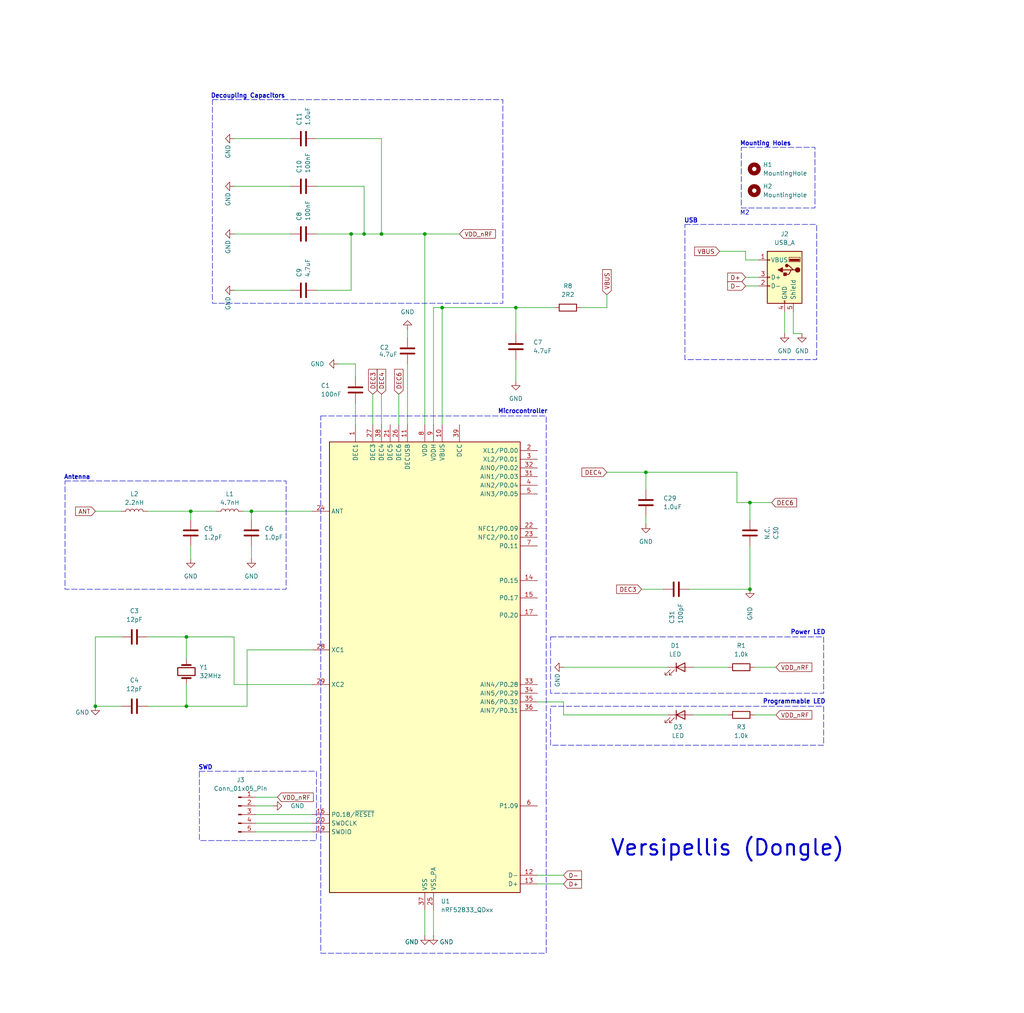
<source format=kicad_sch>
(kicad_sch (version 20250114) (generator "eeschema") (generator_version "9.0")
  (paper "User" 300 297)
  (title_block (title "Versipellis") (date "2025-12-02") (rev "0.1") (company "Primis"))
  (lib_symbols
    (symbol "Connector:Conn_01x05_Pin" (pin_names (offset 1.016) (hide yes))
      (property "Reference" "J" (at 0 7.62 0))
      (property "Value" "Conn_01x05_Pin" (at 0 -7.62 0))
      (symbol "Conn_01x05_Pin_1_1"
        (rectangle (start 0.8636 5.207) (end 0 4.953) (stroke (width 0.1524)) (fill (type outline)))
        (rectangle (start 0.8636 2.667) (end 0 2.413) (stroke (width 0.1524)) (fill (type outline)))
        (rectangle (start 0.8636 0.127) (end 0 -0.127) (stroke (width 0.1524)) (fill (type outline)))
        (rectangle (start 0.8636 -2.413) (end 0 -2.667) (stroke (width 0.1524)) (fill (type outline)))
        (rectangle (start 0.8636 -4.953) (end 0 -5.207) (stroke (width 0.1524)) (fill (type outline)))
        (polyline (pts (xy 1.27 5.08) (xy 0.8636 5.08)) (stroke (width 0.1524)))
        (polyline (pts (xy 1.27 2.54) (xy 0.8636 2.54)) (stroke (width 0.1524)))
        (polyline (pts (xy 1.27 0) (xy 0.8636 0)) (stroke (width 0.1524)))
        (polyline (pts (xy 1.27 -2.54) (xy 0.8636 -2.54)) (stroke (width 0.1524)))
        (polyline (pts (xy 1.27 -5.08) (xy 0.8636 -5.08)) (stroke (width 0.1524)))
        (pin passive line (at 5.08 5.08 180) (length 3.81) (name "Pin_1") (number "1"))
        (pin passive line (at 5.08 2.54 180) (length 3.81) (name "Pin_2") (number "2"))
        (pin passive line (at 5.08 0 180) (length 3.81) (name "Pin_3") (number "3"))
        (pin passive line (at 5.08 -2.54 180) (length 3.81) (name "Pin_4") (number "4"))
        (pin passive line (at 5.08 -5.08 180) (length 3.81) (name "Pin_5") (number "5"))
      )
    )
    (symbol "Connector:USB_A" (pin_names (offset 1.016))
      (property "Reference" "J" (at -5.08 11.43 0))
      (property "Value" "USB_A" (at -5.08 8.89 0))
      (symbol "USB_A_0_1"
        (rectangle (start -5.08 -7.62) (end 5.08 7.62) (stroke (width 0.254)) (fill (type background)))
        (circle (center -3.81 2.159) (radius 0.635) (stroke (width 0.254)) (fill (type outline)))
        (polyline (pts (xy -3.175 2.159) (xy -2.54 2.159) (xy -1.27 3.429) (xy -0.635 3.429)) (stroke (width 0.254)))
        (polyline (pts (xy -2.54 2.159) (xy -1.905 2.159) (xy -1.27 0.889) (xy 0 0.889)) (stroke (width 0.254)))
        (rectangle (start -1.524 4.826) (end -4.318 5.334) (fill (type outline)))
        (rectangle (start -1.27 4.572) (end -4.572 5.842))
        (circle (center -0.635 3.429) (radius 0.381) (stroke (width 0.254)) (fill (type outline)))
        (rectangle (start -0.127 -7.62) (end 0.127 -6.858))
        (rectangle (start 0.254 1.27) (end -0.508 0.508) (stroke (width 0.254)) (fill (type outline)))
        (polyline (pts (xy 0.635 2.794) (xy 0.635 1.524) (xy 1.905 2.159) (xy 0.635 2.794)) (stroke (width 0.254)) (fill (type outline)))
        (rectangle (start 5.08 4.953) (end 4.318 5.207))
        (rectangle (start 5.08 -0.127) (end 4.318 0.127))
        (rectangle (start 5.08 -2.667) (end 4.318 -2.413))
      )
      (symbol "USB_A_1_1"
        (polyline (pts (xy -1.905 2.159) (xy 0.635 2.159)) (stroke (width 0.254)))
        (pin passive line (at -2.54 -10.16 90) (length 2.54) (name "Shield") (number "5"))
        (pin power_in line (at 0 -10.16 90) (length 2.54) (name "GND") (number "4"))
        (pin power_in line (at 7.62 5.08 180) (length 2.54) (name "VBUS") (number "1"))
        (pin bidirectional line (at 7.62 0 180) (length 2.54) (name "D+") (number "3"))
        (pin bidirectional line (at 7.62 -2.54 180) (length 2.54) (name "D-") (number "2"))
      )
    )
    (symbol "Device:C" (pin_numbers (hide yes)) (pin_names (offset 0.254))
      (property "Reference" "C" (at 0.635 2.54 0))
      (property "Value" "C" (at 0.635 -2.54 0))
      (symbol "C_0_1"
        (polyline (pts (xy -2.032 0.762) (xy 2.032 0.762)) (stroke (width 0.508)))
        (polyline (pts (xy -2.032 -0.762) (xy 2.032 -0.762)) (stroke (width 0.508)))
      )
      (symbol "C_1_1"
        (pin passive line (at 0 3.81 270) (length 2.794) (name "~") (number "1"))
        (pin passive line (at 0 -3.81 90) (length 2.794) (name "~") (number "2"))
      )
    )
    (symbol "Device:Crystal" (pin_numbers (hide yes)) (pin_names (offset 1.016) (hide yes))
      (property "Reference" "Y" (at 0 3.81 0))
      (property "Value" "Crystal" (at 0 -3.81 0))
      (symbol "Crystal_0_1"
        (polyline (pts (xy -2.54 0) (xy -1.905 0)))
        (polyline (pts (xy -1.905 -1.27) (xy -1.905 1.27)) (stroke (width 0.508)))
        (rectangle (start -1.143 2.54) (end 1.143 -2.54) (stroke (width 0.3048)))
        (polyline (pts (xy 1.905 -1.27) (xy 1.905 1.27)) (stroke (width 0.508)))
        (polyline (pts (xy 2.54 0) (xy 1.905 0)))
      )
      (symbol "Crystal_1_1"
        (pin passive line (at -3.81 0 0) (length 1.27) (name "1") (number "1"))
        (pin passive line (at 3.81 0 180) (length 1.27) (name "2") (number "2"))
      )
    )
    (symbol "Device:L" (pin_numbers (hide yes)) (pin_names (offset 1.016) (hide yes))
      (property "Reference" "L" (at -1.27 0 90))
      (property "Value" "L" (at 1.905 0 90))
      (symbol "L_0_1"
        (arc (start 0 2.54) (mid 0.6323 1.905) (end 0 1.27))
        (arc (start 0 1.27) (mid 0.6323 0.635) (end 0 0))
        (arc (start 0 0) (mid 0.6323 -0.635) (end 0 -1.27))
        (arc (start 0 -1.27) (mid 0.6323 -1.905) (end 0 -2.54))
      )
      (symbol "L_1_1"
        (pin passive line (at 0 3.81 270) (length 1.27) (name "1") (number "1"))
        (pin passive line (at 0 -3.81 90) (length 1.27) (name "2") (number "2"))
      )
    )
    (symbol "Device:LED" (pin_numbers (hide yes)) (pin_names (offset 1.016) (hide yes))
      (property "Reference" "D" (at 0 2.54 0))
      (property "Value" "LED" (at 0 -2.54 0))
      (symbol "LED_0_1"
        (polyline (pts (xy -3.048 -0.762) (xy -4.572 -2.286) (xy -3.81 -2.286) (xy -4.572 -2.286) (xy -4.572 -1.524)))
        (polyline (pts (xy -1.778 -0.762) (xy -3.302 -2.286) (xy -2.54 -2.286) (xy -3.302 -2.286) (xy -3.302 -1.524)))
        (polyline (pts (xy -1.27 0) (xy 1.27 0)))
        (polyline (pts (xy -1.27 -1.27) (xy -1.27 1.27)) (stroke (width 0.254)))
        (polyline (pts (xy 1.27 -1.27) (xy 1.27 1.27) (xy -1.27 0) (xy 1.27 -1.27)) (stroke (width 0.254)))
      )
      (symbol "LED_1_1"
        (pin passive line (at -3.81 0 0) (length 2.54) (name "K") (number "1"))
        (pin passive line (at 3.81 0 180) (length 2.54) (name "A") (number "2"))
      )
    )
    (symbol "Device:R" (pin_numbers (hide yes)) (pin_names (offset 0))
      (property "Reference" "R" (at 2.032 0 90))
      (property "Value" "R" (at 0 0 90))
      (symbol "R_0_1"
        (rectangle (start -1.016 -2.54) (end 1.016 2.54) (stroke (width 0.254)))
      )
      (symbol "R_1_1"
        (pin passive line (at 0 3.81 270) (length 1.27) (name "~") (number "1"))
        (pin passive line (at 0 -3.81 90) (length 1.27) (name "~") (number "2"))
      )
    )
    (symbol "MCU_Nordic:nRF52833_QDxx"
      (property "Reference" "U" (at 0 5.08 0))
      (property "Value" "nRF52833_QDxx" (at 0 2.54 0))
      (symbol "nRF52833_QDxx_0_1"
        (rectangle (start -27.94 66.04) (end 27.94 -66.04) (stroke (width 0.254)) (fill (type background)))
      )
      (symbol "nRF52833_QDxx_1_1"
        (pin passive line (at -33.02 45.72 0) (length 5.08) (name "ANT") (number "24"))
        (pin input line (at -33.02 5.08 0) (length 5.08) (name "XC1") (number "28"))
        (pin input line (at -33.02 -5.08 0) (length 5.08) (name "XC2") (number "29"))
        (pin bidirectional line (at -33.02 -43.18 0) (length 5.08) (name "P0.18/~{RESET}") (number "16"))
        (pin input line (at -33.02 -45.72 0) (length 5.08) (name "SWDCLK") (number "20"))
        (pin bidirectional line (at -33.02 -48.26 0) (length 5.08) (name "SWDIO") (number "19"))
        (pin passive line (at -20.32 71.12 270) (length 5.08) (name "DEC1") (number "1"))
        (pin passive line (at -15.24 71.12 270) (length 5.08) (name "DEC3") (number "27"))
        (pin passive line (at -12.7 71.12 270) (length 5.08) (name "DEC4") (number "38"))
        (pin passive line (at -10.16 71.12 270) (length 5.08) (name "DEC5") (number "21"))
        (pin passive line (at -7.62 71.12 270) (length 5.08) (name "DEC6") (number "26"))
        (pin passive line (at -5.08 71.12 270) (length 5.08) (name "DECUSB") (number "11"))
        (pin passive line (at 0 71.12 270) (length 5.08) (hide yes) (name "VDD") (number "18"))
        (pin passive line (at 0 71.12 270) (length 5.08) (hide yes) (name "VDD") (number "30"))
        (pin passive line (at 0 71.12 270) (length 5.08) (hide yes) (name "VDD") (number "40"))
        (pin power_in line (at 0 71.12 270) (length 5.08) (name "VDD") (number "8"))
        (pin power_in line (at 0 -71.12 90) (length 5.08) (name "VSS") (number "37"))
        (pin passive line (at 0 -71.12 90) (length 5.08) (hide yes) (name "VSS") (number "41"))
        (pin power_in line (at 2.54 71.12 270) (length 5.08) (name "VDDH") (number "9"))
        (pin power_in line (at 2.54 -71.12 90) (length 5.08) (name "VSS_PA") (number "25"))
        (pin power_in line (at 5.08 71.12 270) (length 5.08) (name "VBUS") (number "10"))
        (pin power_out line (at 10.16 71.12 270) (length 5.08) (name "DCC") (number "39"))
        (pin bidirectional line (at 33.02 63.5 180) (length 5.08) (name "XL1/P0.00") (number "2"))
        (pin bidirectional line (at 33.02 60.96 180) (length 5.08) (name "XL2/P0.01") (number "3"))
        (pin bidirectional line (at 33.02 58.42 180) (length 5.08) (name "AIN0/P0.02") (number "32"))
        (pin bidirectional line (at 33.02 55.88 180) (length 5.08) (name "AIN1/P0.03") (number "31"))
        (pin bidirectional line (at 33.02 53.34 180) (length 5.08) (name "AIN2/P0.04") (number "4"))
        (pin bidirectional line (at 33.02 50.8 180) (length 5.08) (name "AIN3/P0.05") (number "5"))
        (pin bidirectional line (at 33.02 40.64 180) (length 5.08) (name "NFC1/P0.09") (number "22"))
        (pin bidirectional line (at 33.02 38.1 180) (length 5.08) (name "NFC2/P0.10") (number "23"))
        (pin bidirectional line (at 33.02 35.56 180) (length 5.08) (name "P0.11") (number "7"))
        (pin bidirectional line (at 33.02 25.4 180) (length 5.08) (name "P0.15") (number "14"))
        (pin bidirectional line (at 33.02 20.32 180) (length 5.08) (name "P0.17") (number "15"))
        (pin bidirectional line (at 33.02 15.24 180) (length 5.08) (name "P0.20") (number "17"))
        (pin bidirectional line (at 33.02 -5.08 180) (length 5.08) (name "AIN4/P0.28") (number "33"))
        (pin bidirectional line (at 33.02 -7.62 180) (length 5.08) (name "AIN5/P0.29") (number "34"))
        (pin bidirectional line (at 33.02 -10.16 180) (length 5.08) (name "AIN6/P0.30") (number "35"))
        (pin bidirectional line (at 33.02 -12.7 180) (length 5.08) (name "AIN7/P0.31") (number "36"))
        (pin bidirectional line (at 33.02 -40.64 180) (length 5.08) (name "P1.09") (number "6"))
        (pin bidirectional line (at 33.02 -60.96 180) (length 5.08) (name "D-") (number "12"))
        (pin bidirectional line (at 33.02 -63.5 180) (length 5.08) (name "D+") (number "13"))
      )
    )
    (symbol "Mechanical:MountingHole" (pin_names (offset 1.016)) (in_bom no)
      (property "Reference" "H" (at 0 5.08 0))
      (property "Value" "MountingHole" (at 0 3.175 0))
      (symbol "MountingHole_0_1"
        (circle (center 0 0) (radius 1.27) (stroke (width 1.27)))
      )
    )
    (symbol "power:GND" (power) (pin_numbers (hide yes)) (pin_names (offset 0) (hide yes))
      (property "Value" "GND" (at 0 -3.81 0))
      (symbol "GND_0_1"
        (polyline (pts (xy 0 0) (xy 0 -1.27) (xy 1.27 -1.27) (xy 0 -2.54) (xy -1.27 -1.27) (xy 0 -1.27)))
      )
      (symbol "GND_1_1"
        (pin power_in line (at 0 0 270) (length 0) (name "~") (number "1"))
      )
    )
  )
  (rectangle (start 161.29 186.69) (end 241.3 203.2) (stroke (width 0) (type dash)))
  (rectangle (start 58.42 226.06) (end 92.71 246.38) (stroke (width 0) (type dash)))
  (rectangle (start 217.17 43.18) (end 238.76 60.96) (stroke (width 0) (type dash)))
  (rectangle (start 161.29 207.01) (end 241.3 218.44) (stroke (width 0) (type dash)))
  (rectangle (start 19.05 140.97) (end 83.82 172.72) (stroke (width 0) (type dash)))
  (rectangle (start 93.98 121.92) (end 160.02 279.4) (stroke (width 0) (type dash)))
  (rectangle (start 200.66 65.786) (end 239.268 105.41) (stroke (width 0) (type dash)))
  (rectangle (start 62.23 29.21) (end 147.32 88.9) (stroke (width 0) (type dash)))
  (text "Mounting Holes" (at 224.282 42.164 0) (effects (font (size 1.27 1.27) (thickness 0.254) (bold yes))))
  (text "Decoupling Capacitors" (at 72.644 28.194 0) (effects (font (size 1.27 1.27) (thickness 0.254) (bold yes))))
  (text "Programmable LED" (at 232.664 205.74 0) (effects (font (size 1.27 1.27) (thickness 0.254) (bold yes))))
  (text "Microcontroller" (at 153.162 120.65 0) (effects (font (size 1.27 1.27) (thickness 0.254) (bold yes))))
  (text "Versipellis (Dongle)" (at 213.106 248.666 0) (effects (font (size 4.572 4.572) (thickness 0.6045) (bold yes))))
  (text "SWD" (at 60.198 225.044 0) (effects (font (size 1.27 1.27) (thickness 0.254) (bold yes))))
  (text "Antenna" (at 22.606 139.954 0) (effects (font (size 1.27 1.27) (thickness 0.254) (bold yes))))
  (text "Power LED" (at 236.728 185.42 0) (effects (font (size 1.27 1.27) (thickness 0.254) (bold yes))))
  (text "USB" (at 202.438 64.77 0) (effects (font (size 1.27 1.27) (thickness 0.254) (bold yes))))
  (text "M2" (at 218.186 62.484 0) (effects (font (size 1.27 1.27) (thickness 0.1588))))
  (junction (at 73.66 149.86))
  (junction (at 111.76 68.58))
  (junction (at 129.54 90.17))
  (junction (at 55.88 149.86))
  (junction (at 27.94 207.01))
  (junction (at 106.68 68.58))
  (junction (at 54.61 207.01))
  (junction (at 219.71 172.72))
  (junction (at 189.23 138.43))
  (junction (at 151.13 90.17))
  (junction (at 54.61 186.69))
  (junction (at 102.87 68.58))
  (junction (at 219.71 147.32))
  (junction (at 124.46 68.58))
  (wire (pts (xy 55.88 149.86) (xy 63.5 149.86)))
  (wire (pts (xy 43.18 149.86) (xy 55.88 149.86)))
  (wire (pts (xy 119.38 96.52) (xy 119.38 99.06)))
  (wire (pts (xy 68.58 85.09) (xy 85.09 85.09)))
  (wire (pts (xy 68.58 68.58) (xy 85.09 68.58)))
  (wire (pts (xy 27.94 207.01) (xy 35.56 207.01)))
  (wire (pts (xy 127 124.46) (xy 127 90.17)))
  (wire (pts (xy 203.2 209.55) (xy 213.36 209.55)))
  (wire (pts (xy 54.61 200.66) (xy 54.61 207.01)))
  (wire (pts (xy 229.87 91.44) (xy 229.87 97.79)))
  (wire (pts (xy 74.93 243.84) (xy 91.44 243.84)))
  (wire (pts (xy 116.84 115.57) (xy 116.84 124.46)))
  (wire (pts (xy 129.54 90.17) (xy 151.13 90.17)))
  (wire (pts (xy 102.87 68.58) (xy 102.87 85.09)))
  (wire (pts (xy 68.58 54.61) (xy 85.09 54.61)))
  (wire (pts (xy 68.58 200.66) (xy 68.58 186.69)))
  (wire (pts (xy 127 90.17) (xy 129.54 90.17)))
  (wire (pts (xy 232.41 97.79) (xy 234.95 97.79)))
  (wire (pts (xy 73.66 149.86) (xy 91.44 149.86)))
  (wire (pts (xy 218.44 76.2) (xy 218.44 73.66)))
  (wire (pts (xy 55.88 160.02) (xy 55.88 163.83)))
  (wire (pts (xy 157.48 256.54) (xy 165.1 256.54)))
  (wire (pts (xy 127 266.7) (xy 127 274.32)))
  (wire (pts (xy 111.76 115.57) (xy 111.76 124.46)))
  (wire (pts (xy 124.46 266.7) (xy 124.46 274.32)))
  (wire (pts (xy 157.48 259.08) (xy 165.1 259.08)))
  (wire (pts (xy 68.58 40.64) (xy 85.09 40.64)))
  (wire (pts (xy 74.93 236.22) (xy 80.01 236.22)))
  (wire (pts (xy 124.46 68.58) (xy 134.62 68.58)))
  (wire (pts (xy 219.71 160.02) (xy 219.71 172.72)))
  (wire (pts (xy 129.54 90.17) (xy 129.54 124.46)))
  (wire (pts (xy 177.8 90.17) (xy 177.8 86.36)))
  (wire (pts (xy 151.13 90.17) (xy 151.13 97.79)))
  (wire (pts (xy 73.66 160.02) (xy 73.66 163.83)))
  (wire (pts (xy 27.94 149.86) (xy 35.56 149.86)))
  (wire (pts (xy 104.14 106.68) (xy 99.06 106.68)))
  (wire (pts (xy 218.44 73.66) (xy 210.82 73.66)))
  (wire (pts (xy 189.23 138.43) (xy 189.23 143.51)))
  (wire (pts (xy 195.58 195.58) (xy 165.1 195.58)))
  (wire (pts (xy 106.68 54.61) (xy 92.71 54.61)))
  (wire (pts (xy 111.76 68.58) (xy 111.76 40.64)))
  (wire (pts (xy 170.18 90.17) (xy 177.8 90.17)))
  (wire (pts (xy 74.93 241.3) (xy 91.44 241.3)))
  (wire (pts (xy 54.61 186.69) (xy 54.61 193.04)))
  (wire (pts (xy 220.98 209.55) (xy 227.33 209.55)))
  (wire (pts (xy 111.76 40.64) (xy 92.71 40.64)))
  (wire (pts (xy 27.94 186.69) (xy 27.94 207.01)))
  (wire (pts (xy 111.76 68.58) (xy 124.46 68.58)))
  (wire (pts (xy 187.96 172.72) (xy 194.31 172.72)))
  (wire (pts (xy 219.71 147.32) (xy 226.06 147.32)))
  (wire (pts (xy 55.88 149.86) (xy 55.88 152.4)))
  (wire (pts (xy 215.9 138.43) (xy 215.9 147.32)))
  (wire (pts (xy 106.68 68.58) (xy 111.76 68.58)))
  (wire (pts (xy 189.23 138.43) (xy 215.9 138.43)))
  (wire (pts (xy 189.23 151.13) (xy 189.23 153.67)))
  (wire (pts (xy 177.8 138.43) (xy 189.23 138.43)))
  (wire (pts (xy 73.66 149.86) (xy 73.66 152.4)))
  (wire (pts (xy 104.14 118.11) (xy 104.14 124.46)))
  (wire (pts (xy 92.71 68.58) (xy 102.87 68.58)))
  (wire (pts (xy 218.44 83.82) (xy 222.25 83.82)))
  (wire (pts (xy 74.93 233.68) (xy 81.28 233.68)))
  (wire (pts (xy 71.12 149.86) (xy 73.66 149.86)))
  (wire (pts (xy 109.22 115.57) (xy 109.22 124.46)))
  (wire (pts (xy 104.14 110.49) (xy 104.14 106.68)))
  (wire (pts (xy 232.41 91.44) (xy 232.41 97.79)))
  (wire (pts (xy 35.56 186.69) (xy 27.94 186.69)))
  (wire (pts (xy 72.39 190.5) (xy 72.39 207.01)))
  (wire (pts (xy 72.39 207.01) (xy 54.61 207.01)))
  (wire (pts (xy 102.87 85.09) (xy 92.71 85.09)))
  (wire (pts (xy 74.93 238.76) (xy 91.44 238.76)))
  (wire (pts (xy 220.98 195.58) (xy 227.33 195.58)))
  (wire (pts (xy 215.9 147.32) (xy 219.71 147.32)))
  (wire (pts (xy 195.58 209.55) (xy 165.1 209.55)))
  (wire (pts (xy 91.44 190.5) (xy 72.39 190.5)))
  (wire (pts (xy 203.2 195.58) (xy 213.36 195.58)))
  (wire (pts (xy 119.38 106.68) (xy 119.38 124.46)))
  (wire (pts (xy 124.46 124.46) (xy 124.46 68.58)))
  (wire (pts (xy 218.44 81.28) (xy 222.25 81.28)))
  (wire (pts (xy 54.61 186.69) (xy 43.18 186.69)))
  (wire (pts (xy 222.25 76.2) (xy 218.44 76.2)))
  (wire (pts (xy 151.13 105.41) (xy 151.13 111.76)))
  (wire (pts (xy 106.68 68.58) (xy 106.68 54.61)))
  (wire (pts (xy 201.93 172.72) (xy 219.71 172.72)))
  (wire (pts (xy 219.71 147.32) (xy 219.71 152.4)))
  (wire (pts (xy 91.44 200.66) (xy 68.58 200.66)))
  (wire (pts (xy 68.58 186.69) (xy 54.61 186.69)))
  (wire (pts (xy 54.61 207.01) (xy 43.18 207.01)))
  (wire (pts (xy 151.13 90.17) (xy 162.56 90.17)))
  (wire (pts (xy 102.87 68.58) (xy 106.68 68.58)))
  (wire (pts (xy 157.48 205.74) (xy 165.1 205.74)))
  (wire (pts (xy 165.1 209.55) (xy 165.1 205.74)))
  (global_label "VDD_nRF" (shape input) (at 81.28 233.68 0) (property "Intersheetrefs" "${INTERSHEET_REFS}" (effects (hide yes))))
  (global_label "D-" (shape input) (at 218.44 83.82 180) (property "Intersheetrefs" "${INTERSHEET_REFS}" (effects (hide yes))))
  (global_label "VDD_nRF" (shape input) (at 134.62 68.58 0) (property "Intersheetrefs" "${INTERSHEET_REFS}" (effects (hide yes))))
  (global_label "VBUS" (shape input) (at 177.8 86.36 90) (property "Intersheetrefs" "${INTERSHEET_REFS}" (effects (hide yes))))
  (global_label "DEC4" (shape input) (at 177.8 138.43 180) (property "Intersheetrefs" "${INTERSHEET_REFS}" (effects (hide yes))))
  (global_label "VDD_nRF" (shape input) (at 227.33 195.58 0) (property "Intersheetrefs" "${INTERSHEET_REFS}" (effects (hide yes))))
  (global_label "DEC6" (shape input) (at 226.06 147.32 0) (property "Intersheetrefs" "${INTERSHEET_REFS}" (effects (hide yes))))
  (global_label "VDD_nRF" (shape input) (at 227.33 209.55 0) (property "Intersheetrefs" "${INTERSHEET_REFS}" (effects (hide yes))))
  (global_label "DEC4" (shape input) (at 111.76 115.57 90) (property "Intersheetrefs" "${INTERSHEET_REFS}" (effects (hide yes))))
  (global_label "DEC3" (shape input) (at 109.22 115.57 90) (property "Intersheetrefs" "${INTERSHEET_REFS}" (effects (hide yes))))
  (global_label "DEC6" (shape input) (at 116.84 115.57 90) (property "Intersheetrefs" "${INTERSHEET_REFS}" (effects (hide yes))))
  (global_label "D+" (shape input) (at 218.44 81.28 180) (property "Intersheetrefs" "${INTERSHEET_REFS}" (effects (hide yes))))
  (global_label "D-" (shape input) (at 165.1 256.54 0) (property "Intersheetrefs" "${INTERSHEET_REFS}" (effects (hide yes))))
  (global_label "ANT" (shape input) (at 27.94 149.86 180) (property "Intersheetrefs" "${INTERSHEET_REFS}" (effects (hide yes))))
  (global_label "D+" (shape input) (at 165.1 259.08 0) (property "Intersheetrefs" "${INTERSHEET_REFS}" (effects (hide yes))))
  (global_label "DEC3" (shape input) (at 187.96 172.72 180) (property "Intersheetrefs" "${INTERSHEET_REFS}" (effects (hide yes))))
  (global_label "VBUS" (shape input) (at 210.82 73.66 180) (property "Intersheetrefs" "${INTERSHEET_REFS}" (effects (hide yes))))
  (symbol (lib_id "Device:C") (at 219.71 156.21 180) (unit 1)
    (property "Reference" "C30" (at 227.33 156.21 90))
    (property "Value" "N.C." (at 224.79 156.21 90))
    (property "Footprint" "Capacitor_SMD:C_0603_1608Metric" (effects (hide yes)))
    (property "Description" "Unpolarized capacitor" (effects (hide yes)))
  )
  (symbol (lib_id "Device:C") (at 88.9 85.09 270) (unit 1)
    (property "Reference" "C9" (at 87.6299 81.28 0) (effects (justify right)))
    (property "Value" "4.7uF" (at 90.1699 81.28 0) (effects (justify right)))
    (property "Footprint" "Capacitor_SMD:C_0603_1608Metric" (effects (hide yes)))
    (property "Description" "Unpolarized capacitor" (effects (hide yes)))
  )
  (symbol (lib_id "power:GND") (at 127 274.32 0) (unit 1)
    (property "Reference" "#PWR02" (effects (hide yes)))
    (property "Value" "GND" (at 130.81 276.098 0))
    (property "Description" "Power symbol creates a global label with name \"GND\" , ground" (effects (hide yes)))
  )
  (symbol (lib_id "Device:LED") (at 199.39 209.55 0) (unit 1)
    (property "Reference" "D3" (at 198.628 213.106 0))
    (property "Value" "LED" (at 198.628 215.646 0))
    (property "Footprint" "LED_SMD:LED_0603_1608Metric" (effects (hide yes)))
    (property "Description" "Light emitting diode" (effects (hide yes)))
    (property "Sim.Pins" "1=K 2=A" (effects (hide yes)))
  )
  (symbol (lib_id "power:GND") (at 229.87 97.79 0) (unit 1)
    (property "Reference" "#PWR024" (effects (hide yes)))
    (property "Value" "GND" (at 229.87 102.87 0))
    (property "Description" "Power symbol creates a global label with name \"GND\" , ground" (effects (hide yes)))
  )
  (symbol (lib_id "Device:C") (at 151.13 101.6 0) (unit 1)
    (property "Reference" "C7" (at 156.21 100.3299 0) (effects (justify left)))
    (property "Value" "4.7uF" (at 156.21 102.8699 0) (effects (justify left)))
    (property "Footprint" "Capacitor_SMD:C_0603_1608Metric" (effects (hide yes)))
    (property "Description" "Unpolarized capacitor" (effects (hide yes)))
  )
  (symbol (lib_id "power:GND") (at 189.23 153.67 0) (unit 1)
    (property "Reference" "#PWR034" (effects (hide yes)))
    (property "Value" "GND" (at 189.23 158.75 0))
    (property "Description" "Power symbol creates a global label with name \"GND\" , ground" (effects (hide yes)))
  )
  (symbol (lib_id "Device:C") (at 88.9 54.61 90) (unit 1)
    (property "Reference" "C10" (at 87.6299 50.8 0) (effects (justify left)))
    (property "Value" "100nF" (at 90.1699 50.8 0) (effects (justify left)))
    (property "Footprint" "Capacitor_SMD:C_0603_1608Metric" (effects (hide yes)))
    (property "Description" "Unpolarized capacitor" (effects (hide yes)))
  )
  (symbol (lib_id "Device:R") (at 217.17 195.58 90) (unit 1)
    (property "Reference" "R1" (at 217.17 189.23 90))
    (property "Value" "1.0k" (at 217.17 191.77 90))
    (property "Footprint" "Resistor_SMD:R_0603_1608Metric" (effects (hide yes)))
    (property "Description" "Resistor" (effects (hide yes)))
  )
  (symbol (lib_id "Device:C") (at 104.14 114.3 0) (unit 1)
    (property "Reference" "C1" (at 93.98 113.03 0) (effects (justify left)))
    (property "Value" "100nF" (at 93.98 115.57 0) (effects (justify left)))
    (property "Footprint" "Capacitor_SMD:C_0603_1608Metric" (effects (hide yes)))
    (property "Description" "Unpolarized capacitor" (effects (hide yes)))
  )
  (symbol (lib_id "power:GND") (at 219.71 172.72 0) (unit 1)
    (property "Reference" "#PWR035" (effects (hide yes)))
    (property "Value" "GND" (at 219.7101 177.8 90) (effects (justify right)))
    (property "Description" "Power symbol creates a global label with name \"GND\" , ground" (effects (hide yes)))
  )
  (symbol (lib_id "power:GND") (at 234.95 97.79 0) (unit 1)
    (property "Reference" "#PWR025" (effects (hide yes)))
    (property "Value" "GND" (at 234.95 102.87 0))
    (property "Description" "Power symbol creates a global label with name \"GND\" , ground" (effects (hide yes)))
  )
  (symbol (lib_id "Connector:USB_A") (at 229.87 81.28 0) (mirror y) (unit 1)
    (property "Reference" "J2" (at 229.87 68.58 0))
    (property "Value" "USB_A" (at 229.87 71.12 0))
    (property "Footprint" "Connector_USB:USB_A_CNCTech_1001-011-01101_Horizontal" (effects (hide yes)))
    (property "Description" "USB Type A connector" (effects (hide yes)))
  )
  (symbol (lib_id "Mechanical:MountingHole") (at 220.98 55.88 0) (unit 1) (in_bom no)
    (property "Reference" "H2" (at 223.52 54.6099 0) (effects (justify left)))
    (property "Value" "MountingHole" (at 223.52 57.1499 0) (effects (justify left)))
    (property "Footprint" "MountingHole:MountingHole_2.2mm_M2" (effects (hide yes)))
    (property "Description" "Mounting Hole without connection" (effects (hide yes)))
  )
  (symbol (lib_id "power:GND") (at 68.58 85.09 270) (unit 1)
    (property "Reference" "#PWR011" (effects (hide yes)))
    (property "Value" "GND" (at 66.802 88.9 0))
    (property "Description" "Power symbol creates a global label with name \"GND\" , ground" (effects (hide yes)))
  )
  (symbol (lib_id "Device:C") (at 189.23 147.32 0) (unit 1)
    (property "Reference" "C29" (at 194.31 146.0499 0) (effects (justify left)))
    (property "Value" "1.0uF" (at 194.31 148.5899 0) (effects (justify left)))
    (property "Footprint" "Capacitor_SMD:C_0603_1608Metric" (effects (hide yes)))
    (property "Description" "Unpolarized capacitor" (effects (hide yes)))
  )
  (symbol (lib_id "Device:C") (at 198.12 172.72 90) (unit 1)
    (property "Reference" "C31" (at 196.85 182.88 0) (effects (justify left)))
    (property "Value" "100pF" (at 199.39 182.88 0) (effects (justify left)))
    (property "Footprint" "Capacitor_SMD:C_0603_1608Metric" (effects (hide yes)))
    (property "Description" "Unpolarized capacitor" (effects (hide yes)))
  )
  (symbol (lib_id "Device:L") (at 39.37 149.86 90) (unit 1)
    (property "Reference" "L2" (at 39.37 144.78 90))
    (property "Value" "2.2nH" (at 39.37 147.32 90))
    (property "Footprint" "Inductor_SMD:L_0603_1608Metric" (effects (hide yes)))
    (property "Description" "Inductor" (effects (hide yes)))
  )
  (symbol (lib_id "power:GND") (at 68.58 68.58 270) (unit 1)
    (property "Reference" "#PWR010" (effects (hide yes)))
    (property "Value" "GND" (at 66.802 72.39 0))
    (property "Description" "Power symbol creates a global label with name \"GND\" , ground" (effects (hide yes)))
  )
  (symbol (lib_id "power:GND") (at 68.58 54.61 270) (unit 1)
    (property "Reference" "#PWR012" (effects (hide yes)))
    (property "Value" "GND" (at 66.802 58.42 0))
    (property "Description" "Power symbol creates a global label with name \"GND\" , ground" (effects (hide yes)))
  )
  (symbol (lib_id "Device:C") (at 119.38 102.87 180) (unit 1)
    (property "Reference" "C2" (at 111.252 101.854 0) (effects (justify right)))
    (property "Value" "4.7uF" (at 110.998 103.886 0) (effects (justify right)))
    (property "Footprint" "Capacitor_SMD:C_0603_1608Metric" (effects (hide yes)))
    (property "Description" "Unpolarized capacitor" (effects (hide yes)))
  )
  (symbol (lib_id "MCU_Nordic:nRF52833_QDxx") (at 124.46 195.58 0) (unit 1)
    (property "Reference" "U1" (at 129.1433 264.16 0) (effects (justify left)))
    (property "Value" "nRF52833_QDxx" (at 129.1433 266.7 0) (effects (justify left)))
    (property "Footprint" "Package_DFN_QFN:QFN-40-1EP_5x5mm_P0.4mm_EP3.6x3.6mm" (effects (hide yes)))
    (property "Datasheet" "https://infocenter.nordicsemi.com/pdf/nRF52833_PS_v1.5.pdf" (effects (hide yes)))
    (property "Description" "Multiprotocol BLE/ANT/2.4 GHz/802.15.4 Cortex-M4F SoC, QFN-40" (effects (hide yes)))
  )
  (symbol (lib_id "power:GND") (at 55.88 163.83 0) (unit 1)
    (property "Reference" "#PWR07" (effects (hide yes)))
    (property "Value" "GND" (at 55.88 168.91 0))
    (property "Description" "Power symbol creates a global label with name \"GND\" , ground" (effects (hide yes)))
  )
  (symbol (lib_id "Connector:Conn_01x05_Pin") (at 69.85 238.76 0) (unit 1)
    (property "Reference" "J3" (at 70.485 228.6 0))
    (property "Value" "Conn_01x05_Pin" (at 70.485 231.14 0))
    (property "Footprint" "Connector_PinHeader_1.00mm:PinHeader_1x05_P1.00mm_Vertical" (effects (hide yes)))
    (property "Description" "Generic connector, single row, 01x05, script generated" (effects (hide yes)))
  )
  (symbol (lib_id "Device:Crystal") (at 54.61 196.85 90) (unit 1)
    (property "Reference" "Y1" (at 58.42 195.5799 90) (effects (justify right)))
    (property "Value" "32MHz" (at 58.42 198.1199 90) (effects (justify right)))
    (property "Footprint" "Crystal:Crystal_SMD_5032-2Pin_5.0x3.2mm" (effects (hide yes)))
    (property "Description" "Two pin crystal" (effects (hide yes)))
  )
  (symbol (lib_id "power:GND") (at 73.66 163.83 0) (unit 1)
    (property "Reference" "#PWR08" (effects (hide yes)))
    (property "Value" "GND" (at 73.66 168.91 0))
    (property "Description" "Power symbol creates a global label with name \"GND\" , ground" (effects (hide yes)))
  )
  (symbol (lib_id "power:GND") (at 27.94 207.01 0) (mirror y) (unit 1)
    (property "Reference" "#PWR06" (effects (hide yes)))
    (property "Value" "GND" (at 24.13 208.788 0))
    (property "Description" "Power symbol creates a global label with name \"GND\" , ground" (effects (hide yes)))
  )
  (symbol (lib_id "Device:C") (at 55.88 156.21 180) (unit 1)
    (property "Reference" "C5" (at 59.69 154.9399 0) (effects (justify right)))
    (property "Value" "1.2pF" (at 59.69 157.4799 0) (effects (justify right)))
    (property "Footprint" "Capacitor_SMD:C_0603_1608Metric" (effects (hide yes)))
    (property "Description" "Unpolarized capacitor" (effects (hide yes)))
  )
  (symbol (lib_id "Device:C") (at 39.37 186.69 90) (mirror x) (unit 1)
    (property "Reference" "C3" (at 39.37 179.07 90))
    (property "Value" "12pF" (at 39.37 181.61 90))
    (property "Footprint" "Capacitor_SMD:C_0603_1608Metric" (effects (hide yes)))
    (property "Description" "Unpolarized capacitor" (effects (hide yes)))
  )
  (symbol (lib_id "power:GND") (at 124.46 274.32 0) (unit 1)
    (property "Reference" "#PWR01" (effects (hide yes)))
    (property "Value" "GND" (at 120.65 276.098 0))
    (property "Description" "Power symbol creates a global label with name \"GND\" , ground" (effects (hide yes)))
  )
  (symbol (lib_id "Device:LED") (at 199.39 195.58 0) (unit 1)
    (property "Reference" "D1" (at 197.8025 189.23 0))
    (property "Value" "LED" (at 197.8025 191.77 0))
    (property "Footprint" "LED_SMD:LED_0603_1608Metric" (effects (hide yes)))
    (property "Description" "Light emitting diode" (effects (hide yes)))
    (property "Sim.Pins" "1=K 2=A" (effects (hide yes)))
  )
  (symbol (lib_id "Device:C") (at 39.37 207.01 90) (mirror x) (unit 1)
    (property "Reference" "C4" (at 39.37 199.39 90))
    (property "Value" "12pF" (at 39.37 201.93 90))
    (property "Footprint" "Capacitor_SMD:C_0603_1608Metric" (effects (hide yes)))
    (property "Description" "Unpolarized capacitor" (effects (hide yes)))
  )
  (symbol (lib_id "power:GND") (at 151.13 111.76 0) (unit 1)
    (property "Reference" "#PWR09" (effects (hide yes)))
    (property "Value" "GND" (at 151.13 116.84 0))
    (property "Description" "Power symbol creates a global label with name \"GND\" , ground" (effects (hide yes)))
  )
  (symbol (lib_id "Mechanical:MountingHole") (at 220.98 49.53 0) (unit 1) (in_bom no)
    (property "Reference" "H1" (at 223.52 48.2599 0) (effects (justify left)))
    (property "Value" "MountingHole" (at 223.52 50.7999 0) (effects (justify left)))
    (property "Footprint" "MountingHole:MountingHole_2.2mm_M2" (effects (hide yes)))
    (property "Description" "Mounting Hole without connection" (effects (hide yes)))
  )
  (symbol (lib_id "power:GND") (at 68.58 40.64 270) (unit 1)
    (property "Reference" "#PWR013" (effects (hide yes)))
    (property "Value" "GND" (at 66.802 44.45 0))
    (property "Description" "Power symbol creates a global label with name \"GND\" , ground" (effects (hide yes)))
  )
  (symbol (lib_id "power:GND") (at 119.38 96.52 180) (unit 1)
    (property "Reference" "#PWR05" (effects (hide yes)))
    (property "Value" "GND" (at 119.38 91.44 0))
    (property "Description" "Power symbol creates a global label with name \"GND\" , ground" (effects (hide yes)))
  )
  (symbol (lib_id "Device:L") (at 67.31 149.86 90) (unit 1)
    (property "Reference" "L1" (at 67.31 144.78 90))
    (property "Value" "4.7nH" (at 67.31 147.32 90))
    (property "Footprint" "Inductor_SMD:L_0603_1608Metric" (effects (hide yes)))
    (property "Description" "Inductor" (effects (hide yes)))
  )
  (symbol (lib_id "Device:C") (at 88.9 40.64 270) (unit 1)
    (property "Reference" "C11" (at 87.6299 36.83 0) (effects (justify right)))
    (property "Value" "1.0uF" (at 90.1699 36.83 0) (effects (justify right)))
    (property "Footprint" "Capacitor_SMD:C_0603_1608Metric" (effects (hide yes)))
    (property "Description" "Unpolarized capacitor" (effects (hide yes)))
  )
  (symbol (lib_id "power:GND") (at 80.01 236.22 90) (unit 1)
    (property "Reference" "#PWR03" (effects (hide yes)))
    (property "Value" "GND" (at 85.09 236.2199 90) (effects (justify right)))
    (property "Description" "Power symbol creates a global label with name \"GND\" , ground" (effects (hide yes)))
  )
  (symbol (lib_id "Device:R") (at 166.37 90.17 90) (unit 1)
    (property "Reference" "R8" (at 166.37 83.82 90))
    (property "Value" "2R2" (at 166.37 86.36 90))
    (property "Footprint" "Resistor_SMD:R_0805_2012Metric" (effects (hide yes)))
    (property "Description" "Resistor" (effects (hide yes)))
  )
  (symbol (lib_id "power:GND") (at 165.1 195.58 270) (unit 1)
    (property "Reference" "#PWR014" (effects (hide yes)))
    (property "Value" "GND" (at 163.322 199.39 0))
    (property "Description" "Power symbol creates a global label with name \"GND\" , ground" (effects (hide yes)))
  )
  (symbol (lib_id "Device:C") (at 73.66 156.21 180) (unit 1)
    (property "Reference" "C6" (at 77.47 154.9399 0) (effects (justify right)))
    (property "Value" "1.0pF" (at 77.47 157.4799 0) (effects (justify right)))
    (property "Footprint" "Capacitor_SMD:C_0603_1608Metric" (effects (hide yes)))
    (property "Description" "Unpolarized capacitor" (effects (hide yes)))
  )
  (symbol (lib_id "power:GND") (at 99.06 106.68 270) (unit 1)
    (property "Reference" "#PWR04" (effects (hide yes)))
    (property "Value" "GND" (at 95.0431 106.6799 90) (effects (justify right)))
    (property "Description" "Power symbol creates a global label with name \"GND\" , ground" (effects (hide yes)))
  )
  (symbol (lib_id "Device:C") (at 88.9 68.58 90) (unit 1)
    (property "Reference" "C8" (at 87.6299 64.77 0) (effects (justify left)))
    (property "Value" "100nF" (at 90.1699 64.77 0) (effects (justify left)))
    (property "Footprint" "Capacitor_SMD:C_0603_1608Metric" (effects (hide yes)))
    (property "Description" "Unpolarized capacitor" (effects (hide yes)))
  )
  (symbol (lib_id "Device:R") (at 217.17 209.55 90) (unit 1)
    (property "Reference" "R3" (at 217.17 213.106 90))
    (property "Value" "1.0k" (at 217.17 215.646 90))
    (property "Footprint" "Resistor_SMD:R_0603_1608Metric" (effects (hide yes)))
    (property "Description" "Resistor" (effects (hide yes)))
  )
)
</source>
